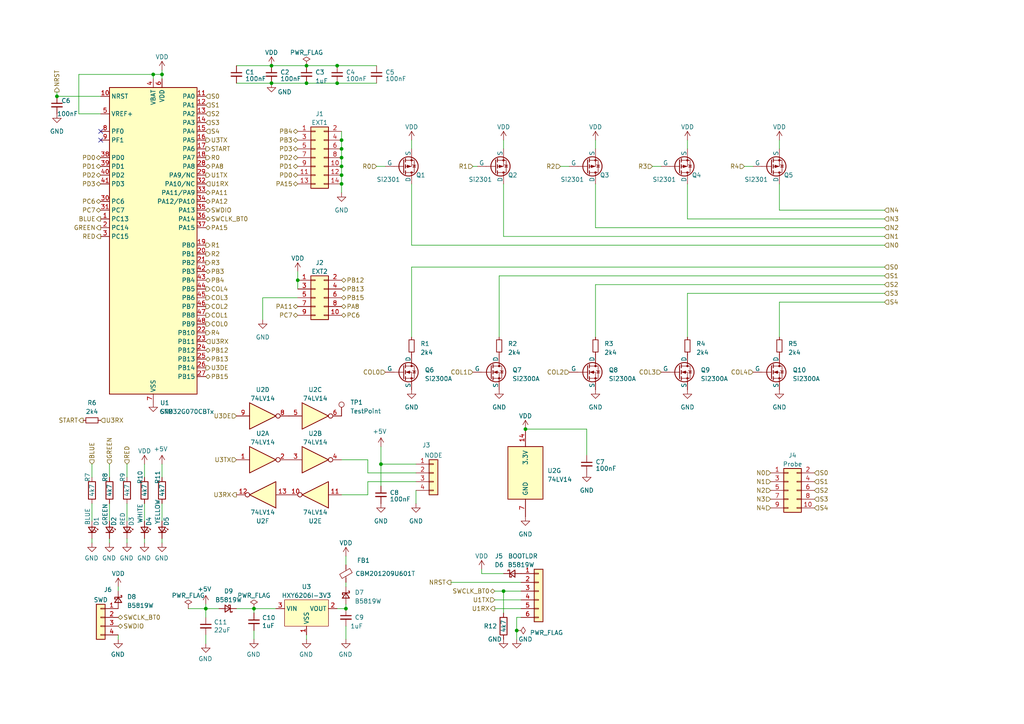
<source format=kicad_sch>
(kicad_sch (version 20230121) (generator eeschema)
  (paper "A4")
  (title_block (title "ADC_MATRIX") (date "2023-06-16") (rev "0.92") (comment 1 "Layout:TJP") (comment 2 "Drawing: TJP") (comment 3 "Design:TJP"))
  (lib_symbols
    (symbol "74xx:74LV14" (pin_names (offset 1.016))
      (property "Reference" "U" (at 0 1.27 0))
      (property "Value" "74LV14" (at 0 -1.27 0))
      (symbol "74LV14_1_0"
        (pin input line (at -7.62 0 0) (length 3.81) (name "~") (number "1"))
        (pin output inverted (at 7.62 0 180) (length 3.81) (name "~") (number "2"))
      )
      (symbol "74LV14_2_0"
        (pin input line (at -7.62 0 0) (length 3.81) (name "~") (number "3"))
        (pin output inverted (at 7.62 0 180) (length 3.81) (name "~") (number "4"))
      )
      (symbol "74LV14_3_0"
        (pin input line (at -7.62 0 0) (length 3.81) (name "~") (number "5"))
        (pin output inverted (at 7.62 0 180) (length 3.81) (name "~") (number "6"))
      )
      (symbol "74LV14_4_0"
        (pin output inverted (at 7.62 0 180) (length 3.81) (name "~") (number "8"))
        (pin input line (at -7.62 0 0) (length 3.81) (name "~") (number "9"))
      )
      (symbol "74LV14_5_0"
        (pin output inverted (at 7.62 0 180) (length 3.81) (name "~") (number "10"))
        (pin input line (at -7.62 0 0) (length 3.81) (name "~") (number "11"))
      )
      (symbol "74LV14_6_0"
        (pin output inverted (at 7.62 0 180) (length 3.81) (name "~") (number "12"))
        (pin input line (at -7.62 0 0) (length 3.81) (name "~") (number "13"))
      )
      (symbol "74LV14_7_0"
        (pin power_in line (at 0 12.7 270) (length 5.08) (name "3.3V") (number "14"))
        (pin power_in line (at 0 -12.7 90) (length 5.08) (name "GND") (number "7"))
      )
    )
    (symbol "Connector:TestPoint" (pin_numbers hide) (pin_names (offset 0.762) hide)
      (property "Reference" "TP" (at 0 6.858 0))
      (property "Value" "TestPoint" (at 0 5.08 0))
      (symbol "TestPoint_1_1"
        (pin passive line (at 0 0 90) (length 2.54) (name "1") (number "1"))
      )
    )
    (symbol "Connector_Generic:Conn_01x04" (pin_names (offset 1.016) hide)
      (property "Reference" "J" (at 0 5.08 0))
      (property "Value" "Conn_01x04" (at 0 -7.62 0))
      (symbol "Conn_01x04_1_1"
        (pin passive line (at -5.08 2.54 0) (length 3.81) (name "Pin_1") (number "1"))
        (pin passive line (at -5.08 0 0) (length 3.81) (name "Pin_2") (number "2"))
        (pin passive line (at -5.08 -2.54 0) (length 3.81) (name "Pin_3") (number "3"))
        (pin passive line (at -5.08 -5.08 0) (length 3.81) (name "Pin_4") (number "4"))
      )
    )
    (symbol "Connector_Generic:Conn_01x06" (pin_names (offset 1.016) hide)
      (property "Reference" "J" (at 0 7.62 0))
      (property "Value" "Conn_01x06" (at 0 -10.16 0))
      (symbol "Conn_01x06_1_1"
        (pin passive line (at -5.08 5.08 0) (length 3.81) (name "Pin_1") (number "1"))
        (pin passive line (at -5.08 2.54 0) (length 3.81) (name "Pin_2") (number "2"))
        (pin passive line (at -5.08 0 0) (length 3.81) (name "Pin_3") (number "3"))
        (pin passive line (at -5.08 -2.54 0) (length 3.81) (name "Pin_4") (number "4"))
        (pin passive line (at -5.08 -5.08 0) (length 3.81) (name "Pin_5") (number "5"))
        (pin passive line (at -5.08 -7.62 0) (length 3.81) (name "Pin_6") (number "6"))
      )
    )
    (symbol "Connector_Generic:Conn_02x05_Odd_Even" (pin_names (offset 1.016) hide)
      (property "Reference" "J" (at 1.27 7.62 0))
      (property "Value" "Conn_02x05_Odd_Even" (at 1.27 -7.62 0))
      (symbol "Conn_02x05_Odd_Even_1_1"
        (pin passive line (at -5.08 5.08 0) (length 3.81) (name "Pin_1") (number "1"))
        (pin passive line (at 7.62 -5.08 180) (length 3.81) (name "Pin_10") (number "10"))
        (pin passive line (at 7.62 5.08 180) (length 3.81) (name "Pin_2") (number "2"))
        (pin passive line (at -5.08 2.54 0) (length 3.81) (name "Pin_3") (number "3"))
        (pin passive line (at 7.62 2.54 180) (length 3.81) (name "Pin_4") (number "4"))
        (pin passive line (at -5.08 0 0) (length 3.81) (name "Pin_5") (number "5"))
        (pin passive line (at 7.62 0 180) (length 3.81) (name "Pin_6") (number "6"))
        (pin passive line (at -5.08 -2.54 0) (length 3.81) (name "Pin_7") (number "7"))
        (pin passive line (at 7.62 -2.54 180) (length 3.81) (name "Pin_8") (number "8"))
        (pin passive line (at -5.08 -5.08 0) (length 3.81) (name "Pin_9") (number "9"))
      )
    )
    (symbol "Connector_Generic:Conn_02x07_Odd_Even" (pin_names (offset 1.016) hide)
      (property "Reference" "J" (at 1.27 10.16 0))
      (property "Value" "Conn_02x07_Odd_Even" (at 1.27 -10.16 0))
      (symbol "Conn_02x07_Odd_Even_1_1"
        (pin passive line (at -5.08 7.62 0) (length 3.81) (name "Pin_1") (number "1"))
        (pin passive line (at 7.62 -2.54 180) (length 3.81) (name "Pin_10") (number "10"))
        (pin passive line (at -5.08 -5.08 0) (length 3.81) (name "Pin_11") (number "11"))
        (pin passive line (at 7.62 -5.08 180) (length 3.81) (name "Pin_12") (number "12"))
        (pin passive line (at -5.08 -7.62 0) (length 3.81) (name "Pin_13") (number "13"))
        (pin passive line (at 7.62 -7.62 180) (length 3.81) (name "Pin_14") (number "14"))
        (pin passive line (at 7.62 7.62 180) (length 3.81) (name "Pin_2") (number "2"))
        (pin passive line (at -5.08 5.08 0) (length 3.81) (name "Pin_3") (number "3"))
        (pin passive line (at 7.62 5.08 180) (length 3.81) (name "Pin_4") (number "4"))
        (pin passive line (at -5.08 2.54 0) (length 3.81) (name "Pin_5") (number "5"))
        (pin passive line (at 7.62 2.54 180) (length 3.81) (name "Pin_6") (number "6"))
        (pin passive line (at -5.08 0 0) (length 3.81) (name "Pin_7") (number "7"))
        (pin passive line (at 7.62 0 180) (length 3.81) (name "Pin_8") (number "8"))
        (pin passive line (at -5.08 -2.54 0) (length 3.81) (name "Pin_9") (number "9"))
      )
    )
    (symbol "Device:C_Small" (pin_numbers hide) (pin_names (offset 0.254) hide)
      (property "Reference" "C" (at 0.254 1.778 0))
      (property "Value" "C_Small" (at 0.254 -2.032 0))
      (symbol "C_Small_1_1"
        (pin passive line (at 0 2.54 270) (length 2.032) (name "~") (number "1"))
        (pin passive line (at 0 -2.54 90) (length 2.032) (name "~") (number "2"))
      )
    )
    (symbol "Device:D_Schottky_Small" (pin_numbers hide) (pin_names (offset 0.254) hide)
      (property "Reference" "D" (at -1.27 2.032 0))
      (property "Value" "D_Schottky_Small" (at -7.112 -2.032 0))
      (symbol "D_Schottky_Small_1_1"
        (pin passive line (at -2.54 0 0) (length 1.778) (name "K") (number "1"))
        (pin passive line (at 2.54 0 180) (length 1.778) (name "A") (number "2"))
      )
    )
    (symbol "Device:LED_Small" (pin_numbers hide) (pin_names (offset 0.254) hide)
      (property "Reference" "D" (at -1.27 3.175 0))
      (property "Value" "LED_Small" (at -4.445 -2.54 0))
      (symbol "LED_Small_1_1"
        (pin passive line (at -2.54 0 0) (length 1.778) (name "K") (number "1"))
        (pin passive line (at 2.54 0 180) (length 1.778) (name "A") (number "2"))
      )
    )
    (symbol "Device:R" (pin_numbers hide) (pin_names (offset 0))
      (property "Reference" "R" (at 2.032 0 90))
      (property "Value" "R" (at 0 0 90))
      (symbol "R_1_1"
        (pin passive line (at 0 3.81 270) (length 1.27) (name "~") (number "1"))
        (pin passive line (at 0 -3.81 90) (length 1.27) (name "~") (number "2"))
      )
    )
    (symbol "Device:R_Small" (pin_numbers hide) (pin_names (offset 0.254) hide)
      (property "Reference" "R" (at 0.762 0.508 0))
      (property "Value" "R_Small" (at 0.762 -1.016 0))
      (symbol "R_Small_1_1"
        (pin passive line (at 0 2.54 270) (length 0.762) (name "~") (number "1"))
        (pin passive line (at 0 -2.54 90) (length 0.762) (name "~") (number "2"))
      )
    )
    (symbol "MCU_ST_STM32G0:STM32G070CBTx"
      (property "Reference" "U" (at -12.7 46.99 0))
      (property "Value" "STM32G070CBTx" (at 5.08 46.99 0))
      (symbol "STM32G070CBTx_1_1"
        (pin bidirectional line (at -15.24 7.62 0) (length 2.54) (name "PC13") (number "1"))
        (pin input line (at -15.24 43.18 0) (length 2.54) (name "NRST") (number "10"))
        (pin bidirectional line (at 15.24 43.18 180) (length 2.54) (name "PA0") (number "11"))
        (pin bidirectional line (at 15.24 40.64 180) (length 2.54) (name "PA1") (number "12"))
        (pin bidirectional line (at 15.24 38.1 180) (length 2.54) (name "PA2") (number "13"))
        (pin bidirectional line (at 15.24 35.56 180) (length 2.54) (name "PA3") (number "14"))
        (pin bidirectional line (at 15.24 33.02 180) (length 2.54) (name "PA4") (number "15"))
        (pin bidirectional line (at 15.24 30.48 180) (length 2.54) (name "PA5") (number "16"))
        (pin bidirectional line (at 15.24 27.94 180) (length 2.54) (name "PA6") (number "17"))
        (pin bidirectional line (at 15.24 25.4 180) (length 2.54) (name "PA7") (number "18"))
        (pin bidirectional line (at 15.24 0 180) (length 2.54) (name "PB0") (number "19"))
        (pin bidirectional line (at -15.24 5.08 0) (length 2.54) (name "PC14") (number "2"))
        (pin bidirectional line (at 15.24 -2.54 180) (length 2.54) (name "PB1") (number "20"))
        (pin bidirectional line (at 15.24 -5.08 180) (length 2.54) (name "PB2") (number "21"))
        (pin bidirectional line (at 15.24 -25.4 180) (length 2.54) (name "PB10") (number "22"))
        (pin bidirectional line (at 15.24 -27.94 180) (length 2.54) (name "PB11") (number "23"))
        (pin bidirectional line (at 15.24 -30.48 180) (length 2.54) (name "PB12") (number "24"))
        (pin bidirectional line (at 15.24 -33.02 180) (length 2.54) (name "PB13") (number "25"))
        (pin bidirectional line (at 15.24 -35.56 180) (length 2.54) (name "PB14") (number "26"))
        (pin bidirectional line (at 15.24 -38.1 180) (length 2.54) (name "PB15") (number "27"))
        (pin bidirectional line (at 15.24 22.86 180) (length 2.54) (name "PA8") (number "28"))
        (pin bidirectional line (at 15.24 20.32 180) (length 2.54) (name "PA9/NC") (number "29"))
        (pin bidirectional line (at -15.24 2.54 0) (length 2.54) (name "PC15") (number "3"))
        (pin bidirectional line (at -15.24 12.7 0) (length 2.54) (name "PC6") (number "30"))
        (pin bidirectional line (at -15.24 10.16 0) (length 2.54) (name "PC7") (number "31"))
        (pin bidirectional line (at 15.24 17.78 180) (length 2.54) (name "PA10/NC") (number "32"))
        (pin bidirectional line (at 15.24 15.24 180) (length 2.54) (name "PA11/PA9") (number "33"))
        (pin bidirectional line (at 15.24 12.7 180) (length 2.54) (name "PA12/PA10") (number "34"))
        (pin bidirectional line (at 15.24 10.16 180) (length 2.54) (name "PA13") (number "35"))
        (pin bidirectional line (at 15.24 7.62 180) (length 2.54) (name "PA14") (number "36"))
        (pin bidirectional line (at 15.24 5.08 180) (length 2.54) (name "PA15") (number "37"))
        (pin bidirectional line (at -15.24 25.4 0) (length 2.54) (name "PD0") (number "38"))
        (pin bidirectional line (at -15.24 22.86 0) (length 2.54) (name "PD1") (number "39"))
        (pin power_in line (at 0 48.26 270) (length 2.54) (name "VBAT") (number "4"))
        (pin bidirectional line (at -15.24 20.32 0) (length 2.54) (name "PD2") (number "40"))
        (pin bidirectional line (at -15.24 17.78 0) (length 2.54) (name "PD3") (number "41"))
        (pin bidirectional line (at 15.24 -7.62 180) (length 2.54) (name "PB3") (number "42"))
        (pin bidirectional line (at 15.24 -10.16 180) (length 2.54) (name "PB4") (number "43"))
        (pin bidirectional line (at 15.24 -12.7 180) (length 2.54) (name "PB5") (number "44"))
        (pin bidirectional line (at 15.24 -15.24 180) (length 2.54) (name "PB6") (number "45"))
        (pin bidirectional line (at 15.24 -17.78 180) (length 2.54) (name "PB7") (number "46"))
        (pin bidirectional line (at 15.24 -20.32 180) (length 2.54) (name "PB8") (number "47"))
        (pin bidirectional line (at 15.24 -22.86 180) (length 2.54) (name "PB9") (number "48"))
        (pin input line (at -15.24 38.1 0) (length 2.54) (name "VREF+") (number "5"))
        (pin power_in line (at 2.54 48.26 270) (length 2.54) (name "VDD") (number "6"))
        (pin power_in line (at 0 -45.72 90) (length 2.54) (name "VSS") (number "7"))
        (pin bidirectional line (at -15.24 33.02 0) (length 2.54) (name "PF0") (number "8"))
        (pin bidirectional line (at -15.24 30.48 0) (length 2.54) (name "PF1") (number "9"))
      )
    )
    (symbol "dryer_node-rescue:Ferrite_Bead_Small-Device" (pin_numbers hide) (pin_names (offset 0))
      (property "Reference" "FB" (at 1.905 1.27 0))
      (property "Value" "Device_Ferrite_Bead_Small" (at 1.905 -1.27 0))
      (symbol "Ferrite_Bead_Small-Device_1_1"
        (pin passive line (at 0 2.54 270) (length 1.27) (name "~") (number "1"))
        (pin passive line (at 0 -2.54 90) (length 1.27) (name "~") (number "2"))
      )
    )
    (symbol "power:+5V" (power) (pin_names (offset 0))
      (property "Value" "+5V" (at 0 3.556 0))
      (symbol "+5V_1_1"
        (pin power_in line (at 0 0 90) (length 0) hide (name "+5V") (number "1"))
      )
    )
    (symbol "power:GND" (power) (pin_names (offset 0))
      (property "Value" "GND" (at 0 -3.81 0))
      (symbol "GND_1_1"
        (pin power_in line (at 0 0 270) (length 0) hide (name "GND") (number "1"))
      )
    )
    (symbol "power:PWR_FLAG" (power) (pin_numbers hide) (pin_names (offset 0) hide)
      (property "Value" "PWR_FLAG" (at 0 3.81 0))
      (symbol "PWR_FLAG_0_0"
        (pin power_out line (at 0 0 90) (length 0) (name "pwr") (number "1"))
      )
    )
    (symbol "power:VDD" (power) (pin_names (offset 0))
      (property "Value" "VDD" (at 0 3.81 0))
      (symbol "VDD_1_1"
        (pin power_in line (at 0 0 90) (length 0) hide (name "VDD") (number "1"))
      )
    )
    (symbol "tjp_lib:HXY6206I"
      (property "Reference" "U" (at 0 6.35 0))
      (property "Value" "HXY6206I-3V3" (at 0 0 0))
      (symbol "HXY6206I_1_1"
        (pin passive line (at 0 -7.62 90) (length 2.54) (name "VSS") (number "1"))
        (pin power_out line (at 8.89 0 180) (length 2.54) (name "VOUT") (number "2"))
        (pin power_in line (at -8.89 0 0) (length 2.54) (name "VIN") (number "3"))
      )
    )
    (symbol "tjp_lib:Si2300" (pin_numbers hide) (pin_names (offset 0))
      (property "Reference" "Q" (at 6.35 6.35 0))
      (property "Value" "Si2300" (at 5.08 3.81 0))
      (symbol "Si2300_1_1"
        (pin input line (at -5.08 0 0) (length 2.54) (name "G") (number "1"))
        (pin passive line (at 2.54 -5.08 90) (length 2.54) (name "S") (number "2"))
        (pin passive line (at 2.54 5.08 270) (length 2.54) (name "D") (number "3"))
      )
    )
    (symbol "tjp_lib:Si2301" (pin_numbers hide) (pin_names (offset 0))
      (property "Reference" "Q1" (at 6.35 7.62 0))
      (property "Value" "Si2301" (at 7.62 5.08 0))
      (symbol "Si2301_1_1"
        (pin input line (at -5.08 0 0) (length 2.54) (name "G") (number "1"))
        (pin passive line (at 2.54 -5.08 90) (length 2.54) (name "S") (number "2"))
        (pin passive line (at 2.54 5.08 270) (length 2.54) (name "D") (number "3"))
      )
    )
  )
  (junction (at 152.4 124.46))
  (junction (at 99.06 45.72))
  (junction (at 97.79 24.13))
  (junction (at 110.49 134.62))
  (junction (at 146.05 171.45))
  (junction (at 99.06 50.8))
  (junction (at 16.51 27.94))
  (junction (at 88.9 24.13))
  (junction (at 97.79 19.05))
  (junction (at 78.74 19.05))
  (junction (at 100.33 176.53))
  (junction (at 44.45 21.59))
  (junction (at 99.06 40.64))
  (junction (at 73.66 176.53))
  (junction (at 99.06 43.18))
  (junction (at 99.06 48.26))
  (junction (at 46.99 21.59))
  (junction (at 149.86 182.88))
  (junction (at 99.06 53.34))
  (junction (at 59.69 176.53))
  (junction (at 86.36 81.28))
  (junction (at 78.74 24.13))
  (junction (at 88.9 19.05))
  (no_connect (at 29.21 40.64))
  (no_connect (at 29.21 38.1))
  (wire (pts (xy 97.79 176.53) (xy 100.33 176.53)))
  (wire (pts (xy 143.51 176.53) (xy 151.13 176.53)))
  (wire (pts (xy 88.9 19.05) (xy 97.79 19.05)))
  (wire (pts (xy 199.39 85.09) (xy 256.54 85.09)))
  (wire (pts (xy 119.38 40.64) (xy 119.38 43.18)))
  (wire (pts (xy 22.86 33.02) (xy 22.86 21.59)))
  (wire (pts (xy 88.9 184.15) (xy 88.9 185.42)))
  (wire (pts (xy 59.69 176.53) (xy 63.5 176.53)))
  (wire (pts (xy 146.05 171.45) (xy 146.05 177.8)))
  (wire (pts (xy 99.06 38.1) (xy 99.06 40.64)))
  (wire (pts (xy 110.49 140.97) (xy 110.49 134.62)))
  (wire (pts (xy 144.78 97.79) (xy 144.78 80.01)))
  (wire (pts (xy 119.38 71.12) (xy 256.54 71.12)))
  (wire (pts (xy 100.33 161.29) (xy 100.33 163.83)))
  (wire (pts (xy 120.65 142.24) (xy 120.65 146.05)))
  (wire (pts (xy 226.06 40.64) (xy 226.06 43.18)))
  (wire (pts (xy 34.29 171.45) (xy 34.29 170.18)))
  (wire (pts (xy 130.81 168.91) (xy 151.13 168.91)))
  (wire (pts (xy 46.99 157.48) (xy 46.99 156.21)))
  (wire (pts (xy 172.72 82.55) (xy 256.54 82.55)))
  (wire (pts (xy 68.58 19.05) (xy 78.74 19.05)))
  (wire (pts (xy 46.99 21.59) (xy 46.99 22.86)))
  (wire (pts (xy 99.06 40.64) (xy 99.06 43.18)))
  (wire (pts (xy 44.45 21.59) (xy 44.45 22.86)))
  (wire (pts (xy 119.38 77.47) (xy 256.54 77.47)))
  (wire (pts (xy 110.49 129.54) (xy 110.49 134.62)))
  (wire (pts (xy 119.38 53.34) (xy 119.38 71.12)))
  (wire (pts (xy 99.06 48.26) (xy 99.06 50.8)))
  (wire (pts (xy 99.06 133.35) (xy 106.68 133.35)))
  (wire (pts (xy 172.72 53.34) (xy 172.72 66.04)))
  (wire (pts (xy 59.69 176.53) (xy 59.69 175.26)))
  (wire (pts (xy 59.69 176.53) (xy 59.69 179.07)))
  (wire (pts (xy 100.33 175.26) (xy 100.33 176.53)))
  (wire (pts (xy 36.83 146.05) (xy 36.83 151.13)))
  (wire (pts (xy 86.36 78.74) (xy 86.36 81.28)))
  (wire (pts (xy 172.72 40.64) (xy 172.72 43.18)))
  (wire (pts (xy 41.91 134.62) (xy 41.91 138.43)))
  (wire (pts (xy 73.66 182.88) (xy 73.66 185.42)))
  (wire (pts (xy 100.33 181.61) (xy 100.33 185.42)))
  (wire (pts (xy 46.99 134.62) (xy 46.99 138.43)))
  (wire (pts (xy 34.29 184.15) (xy 34.29 185.42)))
  (wire (pts (xy 146.05 68.58) (xy 256.54 68.58)))
  (wire (pts (xy 31.75 134.62) (xy 31.75 138.43)))
  (wire (pts (xy 137.16 48.26) (xy 138.43 48.26)))
  (wire (pts (xy 26.67 157.48) (xy 26.67 156.21)))
  (wire (pts (xy 149.86 182.88) (xy 149.86 185.42)))
  (wire (pts (xy 46.99 20.32) (xy 46.99 21.59)))
  (wire (pts (xy 170.18 132.08) (xy 170.18 124.46)))
  (wire (pts (xy 149.86 179.07) (xy 151.13 179.07)))
  (wire (pts (xy 199.39 63.5) (xy 256.54 63.5)))
  (wire (pts (xy 16.51 26.67) (xy 16.51 27.94)))
  (wire (pts (xy 99.06 50.8) (xy 99.06 53.34)))
  (wire (pts (xy 36.83 134.62) (xy 36.83 138.43)))
  (wire (pts (xy 76.2 92.71) (xy 76.2 86.36)))
  (wire (pts (xy 106.68 133.35) (xy 106.68 137.16)))
  (wire (pts (xy 139.7 166.37) (xy 146.05 166.37)))
  (wire (pts (xy 46.99 146.05) (xy 46.99 151.13)))
  (wire (pts (xy 146.05 171.45) (xy 151.13 171.45)))
  (wire (pts (xy 110.49 134.62) (xy 120.65 134.62)))
  (wire (pts (xy 22.86 21.59) (xy 44.45 21.59)))
  (wire (pts (xy 143.51 173.99) (xy 151.13 173.99)))
  (wire (pts (xy 199.39 53.34) (xy 199.39 63.5)))
  (wire (pts (xy 26.67 146.05) (xy 26.67 151.13)))
  (wire (pts (xy 139.7 166.37) (xy 139.7 165.1)))
  (wire (pts (xy 152.4 124.46) (xy 170.18 124.46)))
  (wire (pts (xy 31.75 146.05) (xy 31.75 151.13)))
  (wire (pts (xy 97.79 24.13) (xy 109.22 24.13)))
  (wire (pts (xy 88.9 24.13) (xy 97.79 24.13)))
  (wire (pts (xy 106.68 139.7) (xy 120.65 139.7)))
  (wire (pts (xy 41.91 157.48) (xy 41.91 156.21)))
  (wire (pts (xy 99.06 53.34) (xy 99.06 55.88)))
  (wire (pts (xy 106.68 137.16) (xy 120.65 137.16)))
  (wire (pts (xy 99.06 43.18) (xy 99.06 45.72)))
  (wire (pts (xy 76.2 86.36) (xy 86.36 86.36)))
  (wire (pts (xy 36.83 157.48) (xy 36.83 156.21)))
  (wire (pts (xy 29.21 33.02) (xy 22.86 33.02)))
  (wire (pts (xy 149.86 179.07) (xy 149.86 182.88)))
  (wire (pts (xy 86.36 81.28) (xy 86.36 83.82)))
  (wire (pts (xy 44.45 21.59) (xy 46.99 21.59)))
  (wire (pts (xy 172.72 97.79) (xy 172.72 82.55)))
  (wire (pts (xy 106.68 143.51) (xy 106.68 139.7)))
  (wire (pts (xy 31.75 157.48) (xy 31.75 156.21)))
  (wire (pts (xy 144.78 80.01) (xy 256.54 80.01)))
  (wire (pts (xy 162.56 48.26) (xy 165.1 48.26)))
  (wire (pts (xy 146.05 40.64) (xy 146.05 43.18)))
  (wire (pts (xy 68.58 24.13) (xy 78.74 24.13)))
  (wire (pts (xy 146.05 53.34) (xy 146.05 68.58)))
  (wire (pts (xy 143.51 171.45) (xy 146.05 171.45)))
  (wire (pts (xy 73.66 177.8) (xy 73.66 176.53)))
  (wire (pts (xy 99.06 143.51) (xy 106.68 143.51)))
  (wire (pts (xy 26.67 134.62) (xy 26.67 138.43)))
  (wire (pts (xy 215.9 48.26) (xy 218.44 48.26)))
  (wire (pts (xy 99.06 45.72) (xy 99.06 48.26)))
  (wire (pts (xy 109.22 48.26) (xy 111.76 48.26)))
  (wire (pts (xy 78.74 19.05) (xy 88.9 19.05)))
  (wire (pts (xy 226.06 87.63) (xy 256.54 87.63)))
  (wire (pts (xy 226.06 97.79) (xy 226.06 87.63)))
  (wire (pts (xy 226.06 53.34) (xy 226.06 60.96)))
  (wire (pts (xy 78.74 24.13) (xy 88.9 24.13)))
  (wire (pts (xy 16.51 27.94) (xy 29.21 27.94)))
  (wire (pts (xy 59.69 184.15) (xy 59.69 186.69)))
  (wire (pts (xy 172.72 66.04) (xy 256.54 66.04)))
  (wire (pts (xy 199.39 97.79) (xy 199.39 85.09)))
  (wire (pts (xy 68.58 176.53) (xy 73.66 176.53)))
  (wire (pts (xy 97.79 19.05) (xy 109.22 19.05)))
  (wire (pts (xy 100.33 168.91) (xy 100.33 170.18)))
  (wire (pts (xy 199.39 40.64) (xy 199.39 43.18)))
  (wire (pts (xy 119.38 97.79) (xy 119.38 77.47)))
  (wire (pts (xy 41.91 146.05) (xy 41.91 151.13)))
  (wire (pts (xy 189.23 48.26) (xy 191.77 48.26)))
  (wire (pts (xy 73.66 176.53) (xy 80.01 176.53)))
  (wire (pts (xy 226.06 60.96) (xy 256.54 60.96)))
  (wire (pts (xy 54.61 176.53) (xy 59.69 176.53)))
  (hierarchical_label "N1" (shape input) (at 223.52 139.7 180))
  (hierarchical_label "PC7" (shape bidirectional) (at 86.36 91.44 180))
  (hierarchical_label "R2" (shape output) (at 59.69 73.66 0))
  (hierarchical_label "PD0" (shape bidirectional) (at 29.21 45.72 180))
  (hierarchical_label "NRST" (shape output) (at 16.51 26.67 90))
  (hierarchical_label "PA11" (shape bidirectional) (at 86.36 88.9 180))
  (hierarchical_label "S4" (shape input) (at 256.54 87.63 0))
  (hierarchical_label "N3" (shape input) (at 223.52 144.78 180))
  (hierarchical_label "S2" (shape input) (at 236.22 142.24 0))
  (hierarchical_label "N4" (shape input) (at 256.54 60.96 0))
  (hierarchical_label "PA8" (shape bidirectional) (at 99.06 88.9 0))
  (hierarchical_label "COL0" (shape output) (at 59.69 93.98 0))
  (hierarchical_label "S4" (shape input) (at 59.69 38.1 0))
  (hierarchical_label "U3TX" (shape input) (at 68.58 133.35 180))
  (hierarchical_label "PC7" (shape bidirectional) (at 29.21 60.96 180))
  (hierarchical_label "SWCLK_BT0" (shape bidirectional) (at 143.51 171.45 180))
  (hierarchical_label "PB13" (shape bidirectional) (at 59.69 104.14 0))
  (hierarchical_label "S4" (shape input) (at 236.22 147.32 0))
  (hierarchical_label "COL0" (shape input) (at 111.76 107.95 180))
  (hierarchical_label "PC6" (shape bidirectional) (at 99.06 91.44 0))
  (hierarchical_label "U1RX" (shape output) (at 143.51 176.53 180))
  (hierarchical_label "S3" (shape input) (at 236.22 144.78 0))
  (hierarchical_label "BLUE" (shape output) (at 29.21 63.5 180))
  (hierarchical_label "PB3" (shape bidirectional) (at 59.69 78.74 0))
  (hierarchical_label "S0" (shape input) (at 256.54 77.47 0))
  (hierarchical_label "R2" (shape input) (at 162.56 48.26 180))
  (hierarchical_label "PD1" (shape bidirectional) (at 86.36 48.26 180))
  (hierarchical_label "R1" (shape output) (at 59.69 71.12 0))
  (hierarchical_label "N0" (shape input) (at 223.52 137.16 180))
  (hierarchical_label "PD2" (shape bidirectional) (at 29.21 50.8 180))
  (hierarchical_label "BLUE" (shape input) (at 26.67 134.62 90))
  (hierarchical_label "R3" (shape output) (at 59.69 76.2 0))
  (hierarchical_label "U3DE" (shape input) (at 68.58 120.65 180))
  (hierarchical_label "SWCLK_BT0" (shape bidirectional) (at 34.29 179.07 0))
  (hierarchical_label "U1RX" (shape input) (at 59.69 53.34 0))
  (hierarchical_label "RED" (shape output) (at 29.21 68.58 180))
  (hierarchical_label "U1TX" (shape input) (at 143.51 173.99 180))
  (hierarchical_label "PD3" (shape bidirectional) (at 86.36 43.18 180))
  (hierarchical_label "S2" (shape input) (at 256.54 82.55 0))
  (hierarchical_label "NRST" (shape output) (at 130.81 168.91 180))
  (hierarchical_label "PC6" (shape bidirectional) (at 29.21 58.42 180))
  (hierarchical_label "PB4" (shape bidirectional) (at 59.69 81.28 0))
  (hierarchical_label "START" (shape output) (at 59.69 43.18 0))
  (hierarchical_label "COL1" (shape input) (at 137.16 107.95 180))
  (hierarchical_label "R0" (shape output) (at 59.69 45.72 0))
  (hierarchical_label "U3RX" (shape input) (at 29.21 121.92 0))
  (hierarchical_label "PB12" (shape bidirectional) (at 99.06 81.28 0))
  (hierarchical_label "GREEN" (shape output) (at 29.21 66.04 180))
  (hierarchical_label "START" (shape output) (at 24.13 121.92 180))
  (hierarchical_label "PA12" (shape bidirectional) (at 59.69 58.42 0))
  (hierarchical_label "RED" (shape input) (at 36.83 134.62 90))
  (hierarchical_label "PD3" (shape bidirectional) (at 29.21 53.34 180))
  (hierarchical_label "U3RX" (shape output) (at 68.58 143.51 180))
  (hierarchical_label "N2" (shape input) (at 256.54 66.04 0))
  (hierarchical_label "S0" (shape input) (at 59.69 27.94 0))
  (hierarchical_label "PA8" (shape bidirectional) (at 59.69 48.26 0))
  (hierarchical_label "S1" (shape input) (at 236.22 139.7 0))
  (hierarchical_label "S1" (shape input) (at 59.69 30.48 0))
  (hierarchical_label "COL4" (shape input) (at 218.44 107.95 180))
  (hierarchical_label "R3" (shape input) (at 189.23 48.26 180))
  (hierarchical_label "U3RX" (shape input) (at 59.69 99.06 0))
  (hierarchical_label "PA11" (shape bidirectional) (at 59.69 55.88 0))
  (hierarchical_label "COL1" (shape output) (at 59.69 91.44 0))
  (hierarchical_label "R4" (shape output) (at 59.69 96.52 0))
  (hierarchical_label "PB12" (shape bidirectional) (at 59.69 101.6 0))
  (hierarchical_label "N2" (shape input) (at 223.52 142.24 180))
  (hierarchical_label "COL4" (shape output) (at 59.69 83.82 0))
  (hierarchical_label "S3" (shape input) (at 59.69 35.56 0))
  (hierarchical_label "PB4" (shape bidirectional) (at 86.36 38.1 180))
  (hierarchical_label "COL2" (shape output) (at 59.69 88.9 0))
  (hierarchical_label "COL3" (shape output) (at 59.69 86.36 0))
  (hierarchical_label "S1" (shape input) (at 256.54 80.01 0))
  (hierarchical_label "PB15" (shape bidirectional) (at 99.06 86.36 0))
  (hierarchical_label "PA15" (shape bidirectional) (at 86.36 53.34 180))
  (hierarchical_label "S0" (shape input) (at 236.22 137.16 0))
  (hierarchical_label "N4" (shape input) (at 223.52 147.32 180))
  (hierarchical_label "S2" (shape input) (at 59.69 33.02 0))
  (hierarchical_label "COL2" (shape input) (at 165.1 107.95 180))
  (hierarchical_label "PD2" (shape bidirectional) (at 86.36 45.72 180))
  (hierarchical_label "GREEN" (shape input) (at 31.75 134.62 90))
  (hierarchical_label "S3" (shape input) (at 256.54 85.09 0))
  (hierarchical_label "N0" (shape input) (at 256.54 71.12 0))
  (hierarchical_label "PA15" (shape bidirectional) (at 59.69 66.04 0))
  (hierarchical_label "R4" (shape input) (at 215.9 48.26 180))
  (hierarchical_label "N3" (shape input) (at 256.54 63.5 0))
  (hierarchical_label "SWDIO" (shape bidirectional) (at 34.29 181.61 0))
  (hierarchical_label "PB15" (shape bidirectional) (at 59.69 109.22 0))
  (hierarchical_label "R0" (shape input) (at 109.22 48.26 180))
  (hierarchical_label "N1" (shape input) (at 256.54 68.58 0))
  (hierarchical_label "U1TX" (shape output) (at 59.69 50.8 0))
  (hierarchical_label "PB3" (shape bidirectional) (at 86.36 40.64 180))
  (hierarchical_label "PD1" (shape bidirectional) (at 29.21 48.26 180))
  (hierarchical_label "U3TX" (shape output) (at 59.69 40.64 0))
  (hierarchical_label "COL3" (shape input) (at 191.77 107.95 180))
  (hierarchical_label "U3DE" (shape output) (at 59.69 106.68 0))
  (hierarchical_label "R1" (shape input) (at 137.16 48.26 180))
  (hierarchical_label "PB13" (shape bidirectional) (at 99.06 83.82 0))
  (hierarchical_label "PD0" (shape bidirectional) (at 86.36 50.8 180))
  (hierarchical_label "SWDIO" (shape bidirectional) (at 59.69 60.96 0))
  (hierarchical_label "SWCLK_BT0" (shape bidirectional) (at 59.69 63.5 0))
  (symbol (lib_id "power:GND") (at 172.72 113.03 0) (unit 1)
    (property "Reference" "#PWR015" (effects hide))
    (property "Value" "GND" (at 172.72 118.11 0))
  )
  (symbol (lib_id "power:PWR_FLAG") (at 149.86 182.88 270) (unit 1)
    (property "Reference" "#FLG04" (effects hide))
    (property "Value" "PWR_FLAG" (at 153.67 183.515 90) (effects (justify left)))
  )
  (symbol (lib_id "power:VDD") (at 100.33 161.29 0) (unit 1)
    (property "Reference" "#PWR032" (effects hide))
    (property "Value" "VDD" (at 100.33 157.48 0))
  )
  (symbol (lib_id "power:GND") (at 149.86 185.42 0) (unit 1)
    (property "Reference" "#PWR041" (effects hide))
    (property "Value" "GND" (at 152.4 185.42 0))
  )
  (symbol (lib_id "Device:R") (at 146.05 181.61 0) (mirror y) (unit 1)
    (property "Reference" "R12" (at 142.24 181.61 0))
    (property "Value" "4k7" (at 146.05 181.61 90))
    (property "Footprint" "Resistor_SMD:R_0402_1005Metric" (effects hide))
  )
  (symbol (lib_id "MCU_ST_STM32G0:STM32G070CBTx") (at 44.45 71.12 0) (unit 1)
    (property "Reference" "U1" (at 46.4059 116.84 0) (effects (justify left)))
    (property "Value" "STM32G070CBTx" (at 46.4059 119.38 0) (effects (justify left)))
    (property "Footprint" "Package_QFP:LQFP-48_7x7mm_P0.5mm" (effects hide))
    (property "Datasheet" "https://www.st.com/resource/en/datasheet/stm32g070cb.pdf" (effects hide))
    (property "LCSC" "C529338" (effects hide))
  )
  (symbol (lib_id "power:VDD") (at 78.74 19.05 0) (unit 1)
    (property "Reference" "#PWR01" (effects hide))
    (property "Value" "VDD" (at 78.74 15.24 0))
  )
  (symbol (lib_id "Device:R_Small") (at 172.72 100.33 0) (unit 1)
    (property "Reference" "R3" (at 175.26 99.695 0) (effects (justify left)))
    (property "Value" "2k4" (at 175.26 102.235 0) (effects (justify left)))
    (property "Footprint" "Resistor_SMD:R_0402_1005Metric" (effects hide))
    (property "LCSC" "C2906865" (effects hide))
  )
  (symbol (lib_id "power:PWR_FLAG") (at 54.61 176.53 0) (unit 1)
    (property "Reference" "#FLG02" (effects hide))
    (property "Value" "PWR_FLAG" (at 54.61 172.72 0))
  )
  (symbol (lib_id "power:GND") (at 119.38 113.03 0) (unit 1)
    (property "Reference" "#PWR013" (effects hide))
    (property "Value" "GND" (at 119.38 118.11 0))
  )
  (symbol (lib_id "tjp_lib:Si2301") (at 116.84 48.26 0) (mirror x) (unit 1)
    (property "Reference" "Q1" (at 120.65 50.8 0) (effects (justify left)))
    (property "Value" "Si2301" (at 109.22 52.07 0) (effects (justify left)))
    (property "Footprint" "tjp_footprints:SOT-23_GSD" (effects hide))
    (property "LCSC" "C2891731" (effects hide))
  )
  (symbol (lib_id "Device:R_Small") (at 199.39 100.33 0) (unit 1)
    (property "Reference" "R4" (at 201.93 99.695 0) (effects (justify left)))
    (property "Value" "2k4" (at 201.93 102.235 0) (effects (justify left)))
    (property "Footprint" "Resistor_SMD:R_0402_1005Metric" (effects hide))
    (property "LCSC" "C2906865" (effects hide))
  )
  (symbol (lib_id "Device:R") (at 41.91 142.24 0) (mirror y) (unit 1)
    (property "Reference" "R10" (at 40.64 138.43 90))
    (property "Value" "4k7" (at 41.91 142.24 90))
    (property "Footprint" "Resistor_SMD:R_0402_1005Metric" (effects hide))
  )
  (symbol (lib_id "power:GND") (at 41.91 157.48 0) (mirror y) (unit 1)
    (property "Reference" "#PWR030" (effects hide))
    (property "Value" "GND" (at 41.783 161.8742 0))
  )
  (symbol (lib_id "tjp_lib:HXY6206I") (at 88.9 176.53 0) (unit 1)
    (property "Reference" "U3" (at 88.9 170.18 0))
    (property "Value" "HXY6206I-3V3" (at 88.9 172.72 0))
    (property "Footprint" "Package_TO_SOT_SMD:SOT-23" (effects hide))
    (property "LCSC" "C5148688" (effects hide))
  )
  (symbol (lib_id "Connector_Generic:Conn_02x05_Odd_Even") (at 228.6 142.24 0) (unit 1)
    (property "Reference" "J4" (at 229.87 132.08 0))
    (property "Value" "Probe" (at 229.87 134.62 0))
  )
  (symbol (lib_id "Connector_Generic:Conn_01x04") (at 125.73 137.16 0) (unit 1)
    (property "Reference" "J3" (at 123.6472 129.1082 0))
    (property "Value" "NODE" (at 125.73 132.08 0))
    (property "Footprint" "Connector_JST:JST_XH_B4B-XH-A_1x04_P2.50mm_Vertical" (effects hide))
  )
  (symbol (lib_id "Device:LED_Small") (at 31.75 153.67 270) (mirror x) (unit 1)
    (property "Reference" "D2" (at 33.02 149.86 0) (effects (justify right)))
    (property "Value" "GREEN" (at 30.48 146.05 0) (effects (justify right)))
    (property "Footprint" "LED_SMD:LED_0603_1608Metric_Pad1.05x0.95mm_HandSolder" (effects hide))
    (property "Sourcing link" "https://lomex.hu/hu/webshop/#/search,95-03-86/stype,1" (effects hide))
    (property "LCSC" "C965805" (effects hide))
  )
  (symbol (lib_id "power:VDD") (at 86.36 78.74 0) (unit 1)
    (property "Reference" "#PWR011" (effects hide))
    (property "Value" "VDD" (at 86.36 74.93 0))
  )
  (symbol (lib_id "Device:D_Schottky_Small") (at 34.29 173.99 270) (unit 1)
    (property "Reference" "D8" (at 36.83 173.101 90) (effects (justify left)))
    (property "Value" "B5819W" (at 36.83 175.641 90) (effects (justify left)))
    (property "Footprint" "Diode_SMD:D_SOD-123" (effects hide))
    (property "LCSC" "C8598" (effects hide))
  )
  (symbol (lib_id "power:+5V") (at 46.99 134.62 0) (mirror y) (unit 1)
    (property "Reference" "#PWR022" (effects hide))
    (property "Value" "+5V" (at 46.609 130.2258 0))
  )
  (symbol (lib_id "power:VDD") (at 34.29 170.18 0) (unit 1)
    (property "Reference" "#PWR034" (effects hide))
    (property "Value" "VDD" (at 34.29 166.37 0))
  )
  (symbol (lib_id "power:GND") (at 36.83 157.48 0) (mirror y) (unit 1)
    (property "Reference" "#PWR029" (effects hide))
    (property "Value" "GND" (at 36.703 161.8742 0))
  )
  (symbol (lib_id "power:GND") (at 88.9 185.42 0) (mirror y) (unit 1)
    (property "Reference" "#PWR038" (effects hide))
    (property "Value" "GND" (at 88.773 189.8142 0))
  )
  (symbol (lib_id "power:VDD") (at 172.72 40.64 0) (unit 1)
    (property "Reference" "#PWR07" (effects hide))
    (property "Value" "VDD" (at 172.72 36.83 0))
  )
  (symbol (lib_id "power:GND") (at 44.45 116.84 0) (unit 1)
    (property "Reference" "#PWR018" (effects hide))
    (property "Value" "GND" (at 48.26 119.38 0))
  )
  (symbol (lib_id "power:GND") (at 59.69 186.69 0) (mirror y) (unit 1)
    (property "Reference" "#PWR042" (effects hide))
    (property "Value" "GND" (at 59.563 191.0842 0))
  )
  (symbol (lib_id "power:+5V") (at 110.49 129.54 0) (mirror y) (unit 1)
    (property "Reference" "#PWR020" (effects hide))
    (property "Value" "+5V" (at 110.109 125.1458 0))
  )
  (symbol (lib_id "power:GND") (at 110.49 146.05 0) (unit 1)
    (property "Reference" "#PWR024" (effects hide))
    (property "Value" "GND" (at 110.49 151.13 0))
  )
  (symbol (lib_id "Device:LED_Small") (at 26.67 153.67 270) (mirror x) (unit 1)
    (property "Reference" "D1" (at 27.94 149.86 0) (effects (justify right)))
    (property "Value" "BLUE" (at 25.4 147.32 0) (effects (justify right)))
    (property "Footprint" "LED_SMD:LED_0603_1608Metric_Pad1.05x0.95mm_HandSolder" (effects hide))
    (property "Sourcing link" "https://lomex.hu/hu/webshop/#/search,95-03-86/stype,1" (effects hide))
    (property "LCSC" "C965807" (effects hide))
  )
  (symbol (lib_id "power:VDD") (at 146.05 40.64 0) (unit 1)
    (property "Reference" "#PWR06" (effects hide))
    (property "Value" "VDD" (at 146.05 36.83 0))
  )
  (symbol (lib_id "Device:R") (at 46.99 142.24 0) (mirror y) (unit 1)
    (property "Reference" "R11" (at 45.72 138.43 90))
    (property "Value" "4k7" (at 46.99 142.24 90))
    (property "Footprint" "Resistor_SMD:R_0402_1005Metric" (effects hide))
  )
  (symbol (lib_id "Device:R_Small") (at 119.38 100.33 0) (unit 1)
    (property "Reference" "R1" (at 121.92 99.695 0) (effects (justify left)))
    (property "Value" "2k4" (at 121.92 102.235 0) (effects (justify left)))
    (property "Footprint" "Resistor_SMD:R_0402_1005Metric" (effects hide))
    (property "LCSC" "C2906865" (effects hide))
  )
  (symbol (lib_id "Device:C_Small") (at 97.79 21.59 0) (unit 1)
    (property "Reference" "C4" (at 100.33 20.9613 0) (effects (justify left)))
    (property "Value" "100nF" (at 100.33 22.86 0) (effects (justify left)))
    (property "Footprint" "Capacitor_SMD:C_0402_1005Metric" (effects hide))
    (property "LCSC" "C1525" (effects hide))
  )
  (symbol (lib_id "tjp_lib:Si2300") (at 196.85 107.95 0) (unit 1)
    (property "Reference" "Q9" (at 203.2 107.315 0) (effects (justify left)))
    (property "Value" "Si2300A" (at 203.2 109.855 0) (effects (justify left)))
    (property "Footprint" "tjp_footprints:SOT-23_GSD" (effects hide))
    (property "LCSC" "C347480" (effects hide))
  )
  (symbol (lib_id "Device:C_Small") (at 170.18 134.62 0) (unit 1)
    (property "Reference" "C7" (at 172.72 133.9913 0) (effects (justify left)))
    (property "Value" "100nF" (at 172.72 135.89 0) (effects (justify left)))
    (property "Footprint" "Capacitor_SMD:C_0402_1005Metric" (effects hide))
    (property "LCSC" "C1525" (effects hide))
  )
  (symbol (lib_id "74xx:74LV14") (at 76.2 143.51 180) (unit 6)
    (property "Reference" "U2" (at 76.2 151.13 0))
    (property "Value" "74LV14" (at 76.2 148.59 0))
    (property "Footprint" "Package_SO:SOIC-14_3.9x8.7mm_P1.27mm" (effects hide))
    (property "Datasheet" "http://www.ti.com/lit/gpn/sn74LV14" (effects hide))
  )
  (symbol (lib_id "power:GND") (at 78.74 24.13 0) (unit 1)
    (property "Reference" "#PWR03" (effects hide))
    (property "Value" "GND" (at 82.55 26.67 0))
  )
  (symbol (lib_id "power:GND") (at 26.67 157.48 0) (mirror y) (unit 1)
    (property "Reference" "#PWR027" (effects hide))
    (property "Value" "GND" (at 26.543 161.8742 0))
  )
  (symbol (lib_id "power:GND") (at 144.78 113.03 0) (unit 1)
    (property "Reference" "#PWR014" (effects hide))
    (property "Value" "GND" (at 144.78 118.11 0))
  )
  (symbol (lib_id "power:GND") (at 16.51 33.02 0) (unit 1)
    (property "Reference" "#PWR04" (effects hide))
    (property "Value" "GND" (at 16.51 38.1 0))
  )
  (symbol (lib_id "tjp_lib:Si2300") (at 170.18 107.95 0) (unit 1)
    (property "Reference" "Q8" (at 176.53 107.315 0) (effects (justify left)))
    (property "Value" "Si2300A" (at 176.53 109.855 0) (effects (justify left)))
    (property "Footprint" "tjp_footprints:SOT-23_GSD" (effects hide))
    (property "LCSC" "C347480" (effects hide))
  )
  (symbol (lib_id "power:GND") (at 152.4 149.86 0) (unit 1)
    (property "Reference" "#PWR026" (effects hide))
    (property "Value" "GND" (at 152.4 154.94 0))
  )
  (symbol (lib_id "power:GND") (at 120.65 146.05 0) (unit 1)
    (property "Reference" "#PWR025" (effects hide))
    (property "Value" "GND" (at 120.65 151.13 0))
  )
  (symbol (lib_id "Connector_Generic:Conn_02x07_Odd_Even") (at 91.44 45.72 0) (unit 1)
    (property "Reference" "J1" (at 92.71 33.02 0))
    (property "Value" "EXT1" (at 92.71 35.56 0))
  )
  (symbol (lib_id "tjp_lib:Si2301") (at 223.52 48.26 0) (mirror x) (unit 1)
    (property "Reference" "Q5" (at 227.33 50.8 0) (effects (justify left)))
    (property "Value" "Si2301" (at 215.9 52.07 0) (effects (justify left)))
    (property "Footprint" "tjp_footprints:SOT-23_GSD" (effects hide))
    (property "LCSC" "C2891731" (effects hide))
  )
  (symbol (lib_id "Device:R_Small") (at 226.06 100.33 0) (unit 1)
    (property "Reference" "R5" (at 228.6 99.695 0) (effects (justify left)))
    (property "Value" "2k4" (at 228.6 102.235 0) (effects (justify left)))
    (property "Footprint" "Resistor_SMD:R_0402_1005Metric" (effects hide))
    (property "LCSC" "C2906865" (effects hide))
  )
  (symbol (lib_id "74xx:74LV14") (at 152.4 137.16 0) (unit 7)
    (property "Reference" "U2" (at 158.75 136.525 0) (effects (justify left)))
    (property "Value" "74LV14" (at 158.75 139.065 0) (effects (justify left)))
    (property "Footprint" "Package_SO:SOIC-14_3.9x8.7mm_P1.27mm" (effects hide))
    (property "Datasheet" "http://www.ti.com/lit/gpn/sn74LV14" (effects hide))
  )
  (symbol (lib_id "Connector_Generic:Conn_02x05_Odd_Even") (at 91.44 86.36 0) (unit 1)
    (property "Reference" "J2" (at 92.71 76.2 0))
    (property "Value" "EXT2" (at 92.71 78.74 0))
    (property "Footprint" "Connector_PinHeader_2.54mm:PinHeader_2x05_P2.54mm_Vertical" (effects hide))
  )
  (symbol (lib_id "power:GND") (at 73.66 185.42 0) (mirror y) (unit 1)
    (property "Reference" "#PWR037" (effects hide))
    (property "Value" "GND" (at 73.533 189.8142 0))
  )
  (symbol (lib_id "power:VDD") (at 226.06 40.64 0) (unit 1)
    (property "Reference" "#PWR09" (effects hide))
    (property "Value" "VDD" (at 226.06 36.83 0))
  )
  (symbol (lib_id "Connector_Generic:Conn_01x06") (at 156.21 171.45 0) (unit 1)
    (property "Reference" "J5" (at 143.51 161.29 0) (effects (justify left)))
    (property "Value" "BOOTLDR" (at 147.32 161.29 0) (effects (justify left)))
    (property "Footprint" "Connector_JST:JST_XH_B6B-XH-A_1x06_P2.50mm_Vertical" (effects hide))
  )
  (symbol (lib_id "power:VDD") (at 119.38 40.64 0) (unit 1)
    (property "Reference" "#PWR05" (effects hide))
    (property "Value" "VDD" (at 119.38 36.83 0))
  )
  (symbol (lib_id "Device:C_Small") (at 100.33 179.07 0) (unit 1)
    (property "Reference" "C9" (at 102.87 179.07 0) (effects (justify left)))
    (property "Value" "1uF" (at 101.6 181.61 0) (effects (justify left)))
    (property "Footprint" "Capacitor_SMD:C_0603_1608Metric" (effects hide))
    (property "LCSC" "C15849" (effects hide))
  )
  (symbol (lib_id "Device:C_Small") (at 16.51 30.48 0) (unit 1)
    (property "Reference" "C6" (at 17.78 29.21 0) (effects (justify left)))
    (property "Value" "100nF" (at 16.51 33.02 0) (effects (justify left)))
    (property "Footprint" "Capacitor_SMD:C_0402_1005Metric" (effects hide))
    (property "LCSC" "C1525" (effects hide))
  )
  (symbol (lib_id "74xx:74LV14") (at 91.44 143.51 180) (unit 5)
    (property "Reference" "U2" (at 91.44 151.13 0))
    (property "Value" "74LV14" (at 91.44 148.59 0))
    (property "Footprint" "Package_SO:SOIC-14_3.9x8.7mm_P1.27mm" (effects hide))
    (property "Datasheet" "http://www.ti.com/lit/gpn/sn74LV14" (effects hide))
  )
  (symbol (lib_id "Device:C_Small") (at 59.69 181.61 0) (unit 1)
    (property "Reference" "C11" (at 62.0268 180.4416 0) (effects (justify left)))
    (property "Value" "22uF" (at 62.0268 182.753 0) (effects (justify left)))
    (property "Footprint" "Capacitor_SMD:C_1206_3216Metric" (effects hide))
    (property "LCSC" "C5672" (effects hide))
  )
  (symbol (lib_id "74xx:74LV14") (at 91.44 120.65 0) (unit 3)
    (property "Reference" "U2" (at 91.44 113.03 0))
    (property "Value" "74LV14" (at 91.44 115.57 0))
    (property "Footprint" "Package_SO:SOIC-14_3.9x8.7mm_P1.27mm" (effects hide))
    (property "Datasheet" "http://www.ti.com/lit/gpn/sn74LV14" (effects hide))
  )
  (symbol (lib_id "power:VDD") (at 152.4 124.46 0) (unit 1)
    (property "Reference" "#PWR019" (effects hide))
    (property "Value" "VDD" (at 152.4 120.65 0))
  )
  (symbol (lib_id "power:+5V") (at 59.69 175.26 0) (mirror y) (unit 1)
    (property "Reference" "#PWR035" (effects hide))
    (property "Value" "+5V" (at 59.309 170.8658 0))
  )
  (symbol (lib_id "tjp_lib:Si2301") (at 143.51 48.26 0) (mirror x) (unit 1)
    (property "Reference" "Q2" (at 147.32 50.8 0) (effects (justify left)))
    (property "Value" "Si2301" (at 135.89 52.07 0) (effects (justify left)))
    (property "Footprint" "tjp_footprints:SOT-23_GSD" (effects hide))
    (property "LCSC" "C2891731" (effects hide))
  )
  (symbol (lib_id "tjp_lib:Si2301") (at 196.85 48.26 0) (mirror x) (unit 1)
    (property "Reference" "Q4" (at 200.66 50.8 0) (effects (justify left)))
    (property "Value" "Si2301" (at 189.23 52.07 0) (effects (justify left)))
    (property "Footprint" "tjp_footprints:SOT-23_GSD" (effects hide))
    (property "LCSC" "C2891731" (effects hide))
  )
  (symbol (lib_id "power:GND") (at 146.05 185.42 0) (unit 1)
    (property "Reference" "#PWR040" (effects hide))
    (property "Value" "GND" (at 143.51 185.42 0))
  )
  (symbol (lib_id "Device:R") (at 31.75 142.24 0) (mirror y) (unit 1)
    (property "Reference" "R8" (at 30.48 138.43 90))
    (property "Value" "4k7" (at 31.75 142.24 90))
    (property "Footprint" "Resistor_SMD:R_0402_1005Metric" (effects hide))
  )
  (symbol (lib_id "Device:R_Small") (at 144.78 100.33 0) (unit 1)
    (property "Reference" "R2" (at 147.32 99.695 0) (effects (justify left)))
    (property "Value" "2k4" (at 147.32 102.235 0) (effects (justify left)))
    (property "Footprint" "Resistor_SMD:R_0402_1005Metric" (effects hide))
    (property "LCSC" "C2906865" (effects hide))
  )
  (symbol (lib_id "tjp_lib:Si2300") (at 223.52 107.95 0) (unit 1)
    (property "Reference" "Q10" (at 229.87 107.315 0) (effects (justify left)))
    (property "Value" "Si2300A" (at 229.87 109.855 0) (effects (justify left)))
    (property "Footprint" "tjp_footprints:SOT-23_GSD" (effects hide))
    (property "LCSC" "C347480" (effects hide))
  )
  (symbol (lib_id "power:GND") (at 226.06 113.03 0) (unit 1)
    (property "Reference" "#PWR017" (effects hide))
    (property "Value" "GND" (at 226.06 118.11 0))
  )
  (symbol (lib_id "Device:C_Small") (at 73.66 180.34 0) (unit 1)
    (property "Reference" "C10" (at 75.9968 179.1716 0) (effects (justify left)))
    (property "Value" "1uF" (at 75.9968 181.483 0) (effects (justify left)))
    (property "Footprint" "Capacitor_SMD:C_0603_1608Metric" (effects hide))
    (property "LCSC" "C15849" (effects hide))
  )
  (symbol (lib_id "power:GND") (at 199.39 113.03 0) (unit 1)
    (property "Reference" "#PWR016" (effects hide))
    (property "Value" "GND" (at 199.39 118.11 0))
  )
  (symbol (lib_id "Device:C_Small") (at 78.74 21.59 0) (unit 1)
    (property "Reference" "C2" (at 81.28 20.9613 0) (effects (justify left)))
    (property "Value" "100nF" (at 81.28 22.86 0) (effects (justify left)))
    (property "Footprint" "Capacitor_SMD:C_0402_1005Metric" (effects hide))
    (property "LCSC" "C1525" (effects hide))
  )
  (symbol (lib_id "Device:LED_Small") (at 36.83 153.67 270) (mirror x) (unit 1)
    (property "Reference" "D3" (at 38.1 149.86 0) (effects (justify right)))
    (property "Value" "RED" (at 35.56 148.59 0) (effects (justify right)))
    (property "Footprint" "LED_SMD:LED_0603_1608Metric_Pad1.05x0.95mm_HandSolder" (effects hide))
    (property "Sourcing link" "https://lomex.hu/hu/webshop/#/search,95-03-86/stype,1" (effects hide))
    (property "LCSC" "C965799" (effects hide))
  )
  (symbol (lib_id "Device:D_Schottky_Small") (at 66.04 176.53 180) (unit 1)
    (property "Reference" "D9" (at 66.294 171.45 0))
    (property "Value" "B5819W" (at 66.294 173.99 0))
    (property "Footprint" "Diode_SMD:D_SOD-123" (effects hide))
    (property "LCSC" "C8598" (effects hide))
  )
  (symbol (lib_id "74xx:74LV14") (at 91.44 133.35 0) (unit 2)
    (property "Reference" "U2" (at 91.44 125.73 0))
    (property "Value" "74LV14" (at 91.44 128.27 0))
    (property "Footprint" "Package_SO:SOIC-14_3.9x8.7mm_P1.27mm" (effects hide))
    (property "Datasheet" "http://www.ti.com/lit/gpn/sn74LV14" (effects hide))
  )
  (symbol (lib_id "Device:LED_Small") (at 46.99 153.67 270) (mirror x) (unit 1)
    (property "Reference" "D5" (at 48.26 149.86 0) (effects (justify right)))
    (property "Value" "YELLOW" (at 45.72 144.78 0) (effects (justify right)))
    (property "Footprint" "LED_SMD:LED_0603_1608Metric_Pad1.05x0.95mm_HandSolder" (effects hide))
    (property "Sourcing link" "https://lomex.hu/hu/webshop/#/search,95-03-86/stype,1" (effects hide))
    (property "LCSC" "C965802" (effects hide))
  )
  (symbol (lib_id "power:VDD") (at 139.7 165.1 0) (unit 1)
    (property "Reference" "#PWR033" (effects hide))
    (property "Value" "VDD" (at 139.7 161.29 0))
  )
  (symbol (lib_id "power:VDD") (at 46.99 20.32 0) (unit 1)
    (property "Reference" "#PWR02" (effects hide))
    (property "Value" "VDD" (at 46.99 16.51 0))
  )
  (symbol (lib_id "Device:R_Small") (at 26.67 121.92 90) (unit 1)
    (property "Reference" "R6" (at 26.67 116.84 90))
    (property "Value" "2k4" (at 26.67 119.38 90))
    (property "Footprint" "Resistor_SMD:R_0402_1005Metric" (effects hide))
    (property "LCSC" "C2906865" (effects hide))
  )
  (symbol (lib_id "power:VDD") (at 41.91 134.62 0) (unit 1)
    (property "Reference" "#PWR021" (effects hide))
    (property "Value" "VDD" (at 41.91 130.81 0))
  )
  (symbol (lib_id "Device:D_Schottky_Small") (at 148.59 166.37 0) (unit 1)
    (property "Reference" "D6" (at 144.78 163.83 0))
    (property "Value" "B5819W" (at 151.13 163.83 0))
    (property "Footprint" "Diode_SMD:D_SOD-123" (effects hide))
    (property "LCSC" "C8598" (effects hide))
  )
  (symbol (lib_id "74xx:74LV14") (at 76.2 133.35 0) (unit 1)
    (property "Reference" "U2" (at 76.2 125.73 0))
    (property "Value" "74LV14" (at 76.2 128.27 0))
    (property "Footprint" "Package_SO:SOIC-14_3.9x8.7mm_P1.27mm" (effects hide))
    (property "Datasheet" "http://www.ti.com/lit/gpn/sn74LV14" (effects hide))
  )
  (symbol (lib_id "power:PWR_FLAG") (at 73.66 176.53 0) (unit 1)
    (property "Reference" "#FLG03" (effects hide))
    (property "Value" "PWR_FLAG" (at 73.66 172.72 0))
  )
  (symbol (lib_id "74xx:74LV14") (at 76.2 120.65 0) (unit 4)
    (property "Reference" "U2" (at 76.2 113.03 0))
    (property "Value" "74LV14" (at 76.2 115.57 0))
    (property "Footprint" "Package_SO:SOIC-14_3.9x8.7mm_P1.27mm" (effects hide))
    (property "Datasheet" "http://www.ti.com/lit/gpn/sn74LV14" (effects hide))
  )
  (symbol (lib_id "Connector:TestPoint") (at 99.06 120.65 0) (unit 1)
    (property "Reference" "TP1" (at 101.6 116.713 0) (effects (justify left)))
    (property "Value" "TestPoint" (at 101.6 119.253 0) (effects (justify left)))
    (property "Footprint" "TestPoint:TestPoint_2Pads_Pitch2.54mm_Drill0.8mm" (effects hide))
  )
  (symbol (lib_id "Device:LED_Small") (at 41.91 153.67 270) (mirror x) (unit 1)
    (property "Reference" "D4" (at 43.18 149.86 0) (effects (justify right)))
    (property "Value" "WHITE" (at 40.64 146.05 0) (effects (justify right)))
    (property "Footprint" "LED_SMD:LED_0603_1608Metric_Pad1.05x0.95mm_HandSolder" (effects hide))
    (property "Sourcing link" "https://lomex.hu/hu/webshop/#/search,95-03-86/stype,1" (effects hide))
    (property "LCSC" "C965808" (effects hide))
  )
  (symbol (lib_id "power:PWR_FLAG") (at 88.9 19.05 0) (unit 1)
    (property "Reference" "#FLG01" (effects hide))
    (property "Value" "PWR_FLAG" (at 88.9 15.24 0))
  )
  (symbol (lib_id "tjp_lib:Si2300") (at 116.84 107.95 0) (unit 1)
    (property "Reference" "Q6" (at 123.19 107.315 0) (effects (justify left)))
    (property "Value" "Si2300A" (at 123.19 109.855 0) (effects (justify left)))
    (property "Footprint" "tjp_footprints:SOT-23_GSD" (effects hide))
    (property "LCSC" "C347480" (effects hide))
  )
  (symbol (lib_id "Device:C_Small") (at 68.58 21.59 0) (unit 1)
    (property "Reference" "C1" (at 71.12 20.9613 0) (effects (justify left)))
    (property "Value" "100nF" (at 71.12 22.86 0) (effects (justify left)))
    (property "Footprint" "Capacitor_SMD:C_0402_1005Metric" (effects hide))
    (property "LCSC" "C1525" (effects hide))
  )
  (symbol (lib_id "Device:D_Schottky_Small") (at 100.33 172.72 270) (unit 1)
    (property "Reference" "D7" (at 102.87 171.831 90) (effects (justify left)))
    (property "Value" "B5819W" (at 102.87 174.371 90) (effects (justify left)))
    (property "Footprint" "Diode_SMD:D_SOD-123" (effects hide))
    (property "LCSC" "C8598" (effects hide))
  )
  (symbol (lib_id "Device:C_Small") (at 109.22 21.59 0) (unit 1)
    (property "Reference" "C5" (at 111.76 20.9613 0) (effects (justify left)))
    (property "Value" "100nF" (at 111.76 22.86 0) (effects (justify left)))
    (property "Footprint" "Capacitor_SMD:C_0402_1005Metric" (effects hide))
    (property "LCSC" "C1525" (effects hide))
  )
  (symbol (lib_id "power:GND") (at 100.33 185.42 0) (mirror y) (unit 1)
    (property "Reference" "#PWR039" (effects hide))
    (property "Value" "GND" (at 100.203 189.8142 0))
  )
  (symbol (lib_id "power:VDD") (at 199.39 40.64 0) (unit 1)
    (property "Reference" "#PWR08" (effects hide))
    (property "Value" "VDD" (at 199.39 36.83 0))
  )
  (symbol (lib_id "Connector_Generic:Conn_01x04") (at 29.21 179.07 0) (mirror y) (unit 1)
    (property "Reference" "J6" (at 31.2928 171.0182 0))
    (property "Value" "SWD" (at 29.21 173.99 0))
    (property "Footprint" "Connector_JST:JST_XH_B4B-XH-A_1x04_P2.50mm_Vertical" (effects hide))
  )
  (symbol (lib_id "tjp_lib:Si2300") (at 142.24 107.95 0) (unit 1)
    (property "Reference" "Q7" (at 148.59 107.315 0) (effects (justify left)))
    (property "Value" "Si2300A" (at 148.59 109.855 0) (effects (justify left)))
    (property "Footprint" "tjp_footprints:SOT-23_GSD" (effects hide))
    (property "LCSC" "C347480" (effects hide))
  )
  (symbol (lib_id "Device:R") (at 26.67 142.24 0) (mirror y) (unit 1)
    (property "Reference" "R7" (at 25.4 138.43 90))
    (property "Value" "4k7" (at 26.67 142.24 90))
    (property "Footprint" "Resistor_SMD:R_0402_1005Metric" (effects hide))
  )
  (symbol (lib_id "Device:C_Small") (at 88.9 21.59 0) (unit 1)
    (property "Reference" "C3" (at 91.44 20.9613 0) (effects (justify left)))
    (property "Value" "1uF" (at 91.44 23.5013 0) (effects (justify left)))
    (property "Footprint" "Capacitor_SMD:C_0603_1608Metric" (effects hide))
    (property "LCSC" "C15849" (effects hide))
  )
  (symbol (lib_id "dryer_node-rescue:Ferrite_Bead_Small-Device") (at 100.33 166.37 0) (mirror y) (unit 1)
    (property "Reference" "FB1" (at 105.41 162.56 0))
    (property "Value" "CBM201209U601T" (at 111.76 166.37 0))
    (property "Footprint" "Inductor_SMD:L_0805_2012Metric_Pad1.15x1.40mm_HandSolder" (effects hide))
    (property "LCSC" "C139168" (effects hide))
  )
  (symbol (lib_id "power:GND") (at 99.06 55.88 0) (unit 1)
    (property "Reference" "#PWR010" (effects hide))
    (property "Value" "GND" (at 99.06 60.96 0))
  )
  (symbol (lib_id "power:GND") (at 76.2 92.71 0) (unit 1)
    (property "Reference" "#PWR012" (effects hide))
    (property "Value" "GND" (at 76.2 97.79 0))
  )
  (symbol (lib_id "tjp_lib:Si2301") (at 170.18 48.26 0) (mirror x) (unit 1)
    (property "Reference" "Q3" (at 173.99 50.8 0) (effects (justify left)))
    (property "Value" "Si2301" (at 162.56 52.07 0) (effects (justify left)))
    (property "Footprint" "tjp_footprints:SOT-23_GSD" (effects hide))
    (property "LCSC" "C2891731" (effects hide))
  )
  (symbol (lib_id "power:GND") (at 170.18 137.16 0) (unit 1)
    (property "Reference" "#PWR023" (effects hide))
    (property "Value" "GND" (at 170.18 142.24 0))
  )
  (symbol (lib_id "power:GND") (at 46.99 157.48 0) (mirror y) (unit 1)
    (property "Reference" "#PWR031" (effects hide))
    (property "Value" "GND" (at 46.863 161.8742 0))
  )
  (symbol (lib_id "power:GND") (at 31.75 157.48 0) (mirror y) (unit 1)
    (property "Reference" "#PWR028" (effects hide))
    (property "Value" "GND" (at 31.623 161.8742 0))
  )
  (symbol (lib_id "Device:R") (at 36.83 142.24 0) (mirror y) (unit 1)
    (property "Reference" "R9" (at 35.56 138.43 90))
    (property "Value" "4k7" (at 36.83 142.24 90))
    (property "Footprint" "Resistor_SMD:R_0402_1005Metric" (effects hide))
  )
  (symbol (lib_id "Device:C_Small") (at 110.49 143.51 0) (unit 1)
    (property "Reference" "C8" (at 113.03 142.8813 0) (effects (justify left)))
    (property "Value" "100nF" (at 113.03 144.78 0) (effects (justify left)))
    (property "Footprint" "Capacitor_SMD:C_0402_1005Metric" (effects hide))
    (property "LCSC" "C1525" (effects hide))
  )
  (symbol (lib_id "power:GND") (at 34.29 185.42 0) (mirror y) (unit 1)
    (property "Reference" "#PWR036" (effects hide))
    (property "Value" "GND" (at 34.163 189.8142 0))
  )
)
</source>
